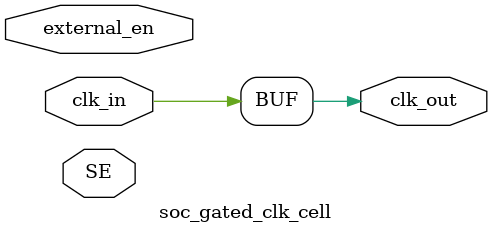
<source format=v>
/*Copyright 2018-2021 T-Head Semiconductor Co., Ltd.

Licensed under the Apache License, Version 2.0 (the "License");
you may not use this file except in compliance with the License.
You may obtain a copy of the License at

    http://www.apache.org/licenses/LICENSE-2.0

Unless required by applicable law or agreed to in writing, software
distributed under the License is distributed on an "AS IS" BASIS,
WITHOUT WARRANTIES OR CONDITIONS OF ANY KIND, either express or implied.
See the License for the specific language governing permissions and
limitations under the License.
*/

module soc_gated_clk_cell(
  clk_in,
  external_en,
  SE,
  clk_out
);

input  clk_in;
input  external_en ;
input  SE;
output clk_out;

//reg    clk_en_af_latch;
//always @(clk_in or external_en)
//begin
//  if(!clk_in)
//    clk_en_af_latch <= external_en;
//end
//
//reg clk_en ;
//always @ (SE or clk_en_af_latch )
//begin
//    clk_en <= clk_en_af_latch || SE ;
//end
assign clk_out = clk_in;
   
endmodule   

</source>
